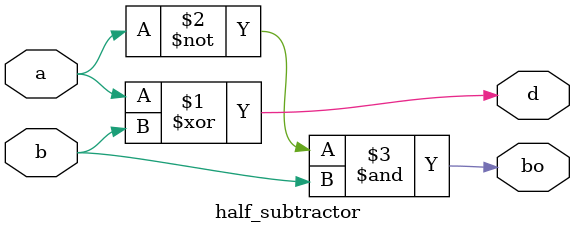
<source format=sv>
module half_subtractor(a,b,d,bo);
  input a,b;
  output d,bo;
  assign d=a^b;
  assign bo=~a&b;
endmodule

</source>
